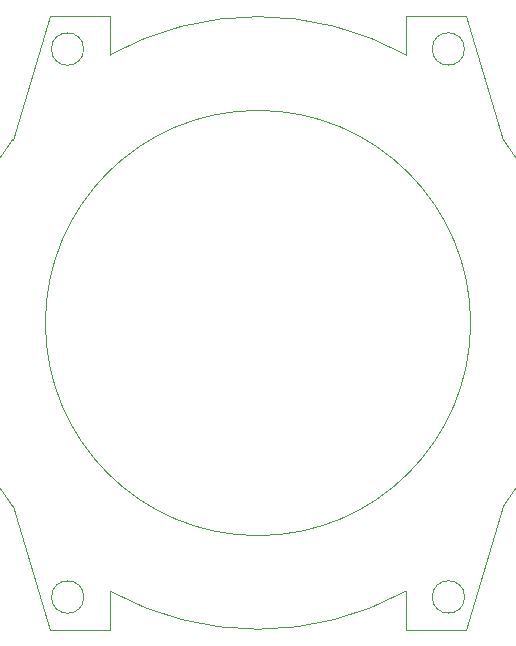
<source format=gbr>
G04 #@! TF.GenerationSoftware,KiCad,Pcbnew,5.1.4-1.fc30*
G04 #@! TF.CreationDate,2020-10-18T16:44:40+02:00*
G04 #@! TF.ProjectId,ring,72696e67-2e6b-4696-9361-645f70636258,rev?*
G04 #@! TF.SameCoordinates,Original*
G04 #@! TF.FileFunction,Profile,NP*
%FSLAX46Y46*%
G04 Gerber Fmt 4.6, Leading zero omitted, Abs format (unit mm)*
G04 Created by KiCad (PCBNEW 5.1.4-1.fc30) date 2020-10-18 16:44:40*
%MOMM*%
%LPD*%
G04 APERTURE LIST*
%ADD10C,0.050000*%
G04 APERTURE END LIST*
D10*
X156866000Y-128890000D02*
X151780000Y-128890000D01*
X151780000Y-128890000D02*
X148640000Y-118390000D01*
X181970000Y-128890000D02*
X187056000Y-128890000D01*
X187056000Y-128890000D02*
X190196000Y-118390000D01*
X181970000Y-76850000D02*
X187056000Y-76850000D01*
X187056000Y-76850000D02*
X190196000Y-87350000D01*
X156870000Y-80170000D02*
X156866000Y-76850000D01*
X156866000Y-76850000D02*
X151780000Y-76850000D01*
X151780000Y-76850000D02*
X148639999Y-87350002D01*
X156861407Y-125557458D02*
X156866000Y-128890000D01*
X181970000Y-125560000D02*
X181970000Y-128890000D01*
X181969063Y-80171694D02*
X181970000Y-76850000D01*
X154671715Y-126073337D02*
G75*
G03X154671715Y-126073337I-1367832J0D01*
G01*
X186911832Y-126066169D02*
G75*
G03X186911832Y-126066169I-1367832J0D01*
G01*
X186899949Y-79666663D02*
G75*
G03X186899949Y-79666663I-1367832J0D01*
G01*
X154659832Y-79673831D02*
G75*
G03X154659832Y-79673831I-1367832J0D01*
G01*
X148639998Y-87350002D02*
G75*
G03X148640000Y-118390000I20778002J-15519998D01*
G01*
X190196000Y-118390000D02*
G75*
G03X190196000Y-87350000I-20778000J15520000D01*
G01*
X187418000Y-102870000D02*
G75*
G03X187418000Y-102870000I-18000000J0D01*
G01*
X156861407Y-125557458D02*
G75*
G03X181970000Y-125560000I12556593J22687458D01*
G01*
X181969063Y-80171694D02*
G75*
G03X156870000Y-80170000I-12551063J-22698306D01*
G01*
M02*

</source>
